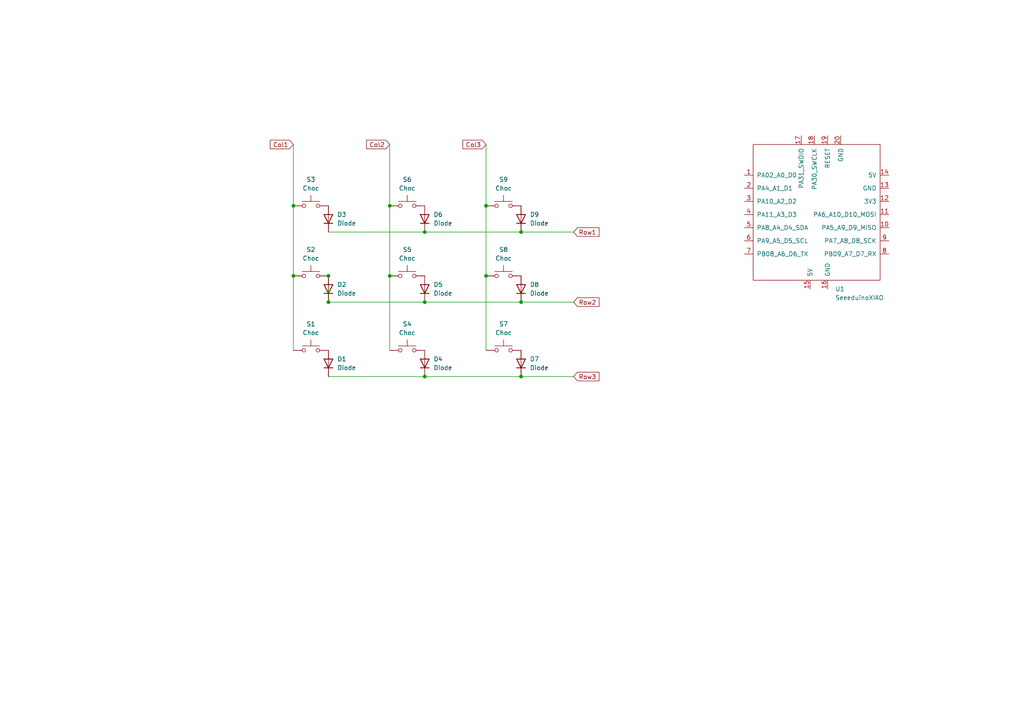
<source format=kicad_sch>
(kicad_sch (version 20230121) (generator eeschema)
  (paper "A4")
  (lib_symbols
    (symbol "ScottoKeebs:Placeholder_Diode" (pin_numbers hide) (pin_names hide)
      (property "Reference" "D" (at 0 2.54 0))
      (property "Value" "Diode" (at 0 -2.54 0))
      (symbol "Placeholder_Diode_0_1"
        (polyline (pts (xy -1.27 1.27) (xy -1.27 -1.27)) (stroke (width 0.254)))
        (polyline (pts (xy 1.27 0) (xy -1.27 0)))
        (polyline (pts (xy 1.27 1.27) (xy 1.27 -1.27) (xy -1.27 0) (xy 1.27 1.27)) (stroke (width 0.254)))
      )
      (symbol "Placeholder_Diode_1_1"
        (pin passive line (at -3.81 0 0) (length 2.54) (name "K") (number "1"))
        (pin passive line (at 3.81 0 180) (length 2.54) (name "A") (number "2"))
      )
    )
    (symbol "Seeeduino XIAO:SeeeduinoXIAO" (pin_names (offset 1.016))
      (property "Reference" "U" (at -19.05 22.86 0))
      (property "Value" "SeeeduinoXIAO" (at -12.7 21.59 0))
      (symbol "SeeeduinoXIAO_0_1"
        (rectangle (start -19.05 20.32) (end 17.78 -19.05))
      )
      (symbol "SeeeduinoXIAO_1_1"
        (pin unspecified line (at -21.59 11.43 0) (length 2.54) (name "PA02_A0_D0") (number "1"))
        (pin unspecified line (at 20.32 -3.81 180) (length 2.54) (name "PA5_A9_D9_MISO") (number "10"))
        (pin unspecified line (at 20.32 0 180) (length 2.54) (name "PA6_A10_D10_MOSI") (number "11"))
        (pin unspecified line (at 20.32 3.81 180) (length 2.54) (name "3V3") (number "12"))
        (pin unspecified line (at 20.32 7.62 180) (length 2.54) (name "GND") (number "13"))
        (pin unspecified line (at 20.32 11.43 180) (length 2.54) (name "5V") (number "14"))
        (pin input line (at -2.54 -21.59 90) (length 2.54) (name "5V") (number "15"))
        (pin input line (at 2.54 -21.59 90) (length 2.54) (name "GND") (number "16"))
        (pin input line (at -5.08 22.86 270) (length 2.54) (name "PA31_SWDIO") (number "17"))
        (pin input line (at -1.27 22.86 270) (length 2.54) (name "PA30_SWCLK") (number "18"))
        (pin input line (at 2.54 22.86 270) (length 2.54) (name "RESET") (number "19"))
        (pin unspecified line (at -21.59 7.62 0) (length 2.54) (name "PA4_A1_D1") (number "2"))
        (pin input line (at 6.35 22.86 270) (length 2.54) (name "GND") (number "20"))
        (pin unspecified line (at -21.59 3.81 0) (length 2.54) (name "PA10_A2_D2") (number "3"))
        (pin unspecified line (at -21.59 0 0) (length 2.54) (name "PA11_A3_D3") (number "4"))
        (pin unspecified line (at -21.59 -3.81 0) (length 2.54) (name "PA8_A4_D4_SDA") (number "5"))
        (pin unspecified line (at -21.59 -7.62 0) (length 2.54) (name "PA9_A5_D5_SCL") (number "6"))
        (pin unspecified line (at -21.59 -11.43 0) (length 2.54) (name "PB08_A6_D6_TX") (number "7"))
        (pin unspecified line (at 20.32 -11.43 180) (length 2.54) (name "PB09_A7_D7_RX") (number "8"))
        (pin unspecified line (at 20.32 -7.62 180) (length 2.54) (name "PA7_A8_D8_SCK") (number "9"))
      )
    )
    (symbol "Switch:SW_Push" (pin_numbers hide) (pin_names (offset 1.016) hide)
      (property "Reference" "SW" (at 1.27 2.54 0))
      (property "Value" "SW_Push" (at 0 -1.524 0))
      (symbol "SW_Push_0_1"
        (circle (center -2.032 0) (radius 0.508))
        (polyline (pts (xy 0 1.27) (xy 0 3.048)))
        (polyline (pts (xy 2.54 1.27) (xy -2.54 1.27)))
        (circle (center 2.032 0) (radius 0.508))
        (pin passive line (at -5.08 0 0) (length 2.54) (name "1") (number "1"))
        (pin passive line (at 5.08 0 180) (length 2.54) (name "2") (number "2"))
      )
    )
  )
  (junction (at 123.19 87.63))
  (junction (at 95.25 80.01))
  (junction (at 113.03 59.69))
  (junction (at 151.13 109.22))
  (junction (at 95.25 87.63))
  (junction (at 123.19 109.22))
  (junction (at 140.97 59.69))
  (junction (at 113.03 80.01))
  (junction (at 151.13 87.63))
  (junction (at 151.13 67.31))
  (junction (at 123.19 67.31))
  (junction (at 140.97 80.01))
  (junction (at 85.09 80.01))
  (junction (at 85.09 59.69))
  (wire (pts (xy 85.09 59.69) (xy 85.09 80.01)))
  (wire (pts (xy 95.25 67.31) (xy 123.19 67.31)))
  (wire (pts (xy 123.19 67.31) (xy 151.13 67.31)))
  (wire (pts (xy 140.97 80.01) (xy 140.97 101.6)))
  (wire (pts (xy 151.13 109.22) (xy 166.37 109.22)))
  (wire (pts (xy 95.25 109.22) (xy 123.19 109.22)))
  (wire (pts (xy 123.19 109.22) (xy 151.13 109.22)))
  (wire (pts (xy 140.97 41.91) (xy 140.97 59.69)))
  (wire (pts (xy 85.09 41.91) (xy 85.09 59.69)))
  (wire (pts (xy 151.13 67.31) (xy 166.37 67.31)))
  (wire (pts (xy 113.03 59.69) (xy 113.03 80.01)))
  (wire (pts (xy 140.97 59.69) (xy 140.97 80.01)))
  (wire (pts (xy 95.25 87.63) (xy 123.19 87.63)))
  (wire (pts (xy 85.09 80.01) (xy 85.09 101.6)))
  (wire (pts (xy 123.19 87.63) (xy 151.13 87.63)))
  (wire (pts (xy 113.03 80.01) (xy 113.03 101.6)))
  (wire (pts (xy 95.25 87.63) (xy 95.25 80.01)))
  (wire (pts (xy 113.03 41.91) (xy 113.03 59.69)))
  (wire (pts (xy 151.13 87.63) (xy 166.37 87.63)))
  (global_label "Row3" (shape input) (at 166.37 109.22 0) (property "Intersheetrefs" "${INTERSHEET_REFS}" (effects hide)))
  (global_label "Row1" (shape input) (at 166.37 67.31 0) (property "Intersheetrefs" "${INTERSHEET_REFS}" (effects hide)))
  (global_label "Col1" (shape input) (at 85.09 41.91 180) (property "Intersheetrefs" "${INTERSHEET_REFS}" (effects hide)))
  (global_label "Col3" (shape input) (at 140.97 41.91 180) (property "Intersheetrefs" "${INTERSHEET_REFS}" (effects hide)))
  (global_label "Col2" (shape input) (at 113.03 41.91 180) (property "Intersheetrefs" "${INTERSHEET_REFS}" (effects hide)))
  (global_label "Row2" (shape input) (at 166.37 87.63 0) (property "Intersheetrefs" "${INTERSHEET_REFS}" (effects hide)))
  (symbol (lib_id "ScottoKeebs:Placeholder_Diode") (at 151.13 63.5 90) (unit 1)
    (property "Reference" "D9" (at 153.67 62.23 90) (effects (justify right)))
    (property "Value" "Diode" (at 153.67 64.77 90) (effects (justify right)))
    (property "Footprint" "Diode_SMD:D_SOD-123" (effects hide))
    (property "Sim.Device" "D" (effects hide))
    (property "Sim.Pins" "1=K 2=A" (effects hide))
  )
  (symbol (lib_id "ScottoKeebs:Placeholder_Diode") (at 151.13 83.82 90) (unit 1)
    (property "Reference" "D8" (at 153.67 82.55 90) (effects (justify right)))
    (property "Value" "Diode" (at 153.67 85.09 90) (effects (justify right)))
    (property "Footprint" "Diode_SMD:D_SOD-123" (effects hide))
    (property "Sim.Device" "D" (effects hide))
    (property "Sim.Pins" "1=K 2=A" (effects hide))
  )
  (symbol (lib_id "ScottoKeebs:Placeholder_Diode") (at 95.25 105.41 90) (unit 1)
    (property "Reference" "D1" (at 97.79 104.14 90) (effects (justify right)))
    (property "Value" "Diode" (at 97.79 106.68 90) (effects (justify right)))
    (property "Footprint" "Diode_SMD:D_SOD-123" (effects hide))
    (property "Sim.Device" "D" (effects hide))
    (property "Sim.Pins" "1=K 2=A" (effects hide))
  )
  (symbol (lib_id "ScottoKeebs:Placeholder_Diode") (at 123.19 63.5 90) (unit 1)
    (property "Reference" "D6" (at 125.73 62.23 90) (effects (justify right)))
    (property "Value" "Diode" (at 125.73 64.77 90) (effects (justify right)))
    (property "Footprint" "Diode_SMD:D_SOD-123" (effects hide))
    (property "Sim.Device" "D" (effects hide))
    (property "Sim.Pins" "1=K 2=A" (effects hide))
  )
  (symbol (lib_id "Switch:SW_Push") (at 146.05 80.01 0) (unit 1)
    (property "Reference" "S8" (at 146.05 72.39 0))
    (property "Value" "Choc" (at 146.05 74.93 0))
    (property "Footprint" "Daprice_kbd_switches:Kailh_socket_PG1350" (effects hide))
  )
  (symbol (lib_id "Switch:SW_Push") (at 146.05 101.6 0) (unit 1)
    (property "Reference" "S7" (at 146.05 93.98 0))
    (property "Value" "Choc" (at 146.05 96.52 0))
    (property "Footprint" "Daprice_kbd_switches:Kailh_socket_PG1350" (effects hide))
  )
  (symbol (lib_id "ScottoKeebs:Placeholder_Diode") (at 95.25 63.5 90) (unit 1)
    (property "Reference" "D3" (at 97.79 62.23 90) (effects (justify right)))
    (property "Value" "Diode" (at 97.79 64.77 90) (effects (justify right)))
    (property "Footprint" "Diode_SMD:D_SOD-123" (effects hide))
    (property "Sim.Device" "D" (effects hide))
    (property "Sim.Pins" "1=K 2=A" (effects hide))
  )
  (symbol (lib_id "Switch:SW_Push") (at 118.11 80.01 0) (unit 1)
    (property "Reference" "S5" (at 118.11 72.39 0))
    (property "Value" "Choc" (at 118.11 74.93 0))
    (property "Footprint" "Daprice_kbd_switches:Kailh_socket_PG1350" (effects hide))
  )
  (symbol (lib_id "Seeeduino XIAO:SeeeduinoXIAO") (at 237.49 62.23 0) (unit 1)
    (property "Reference" "U1" (at 242.2241 83.82 0) (effects (justify left)))
    (property "Value" "SeeeduinoXIAO" (at 242.2241 86.36 0) (effects (justify left)))
    (property "Footprint" "CF_Ergogen:Seeeduino XIAO-MOUDLE14P-2.54-21X17.8MM" (effects hide))
  )
  (symbol (lib_id "Switch:SW_Push") (at 146.05 59.69 0) (unit 1)
    (property "Reference" "S9" (at 146.05 52.07 0))
    (property "Value" "Choc" (at 146.05 54.61 0))
    (property "Footprint" "Daprice_kbd_switches:Kailh_socket_PG1350" (effects hide))
  )
  (symbol (lib_id "ScottoKeebs:Placeholder_Diode") (at 123.19 83.82 90) (unit 1)
    (property "Reference" "D5" (at 125.73 82.55 90) (effects (justify right)))
    (property "Value" "Diode" (at 125.73 85.09 90) (effects (justify right)))
    (property "Footprint" "Diode_SMD:D_SOD-123" (effects hide))
    (property "Sim.Device" "D" (effects hide))
    (property "Sim.Pins" "1=K 2=A" (effects hide))
  )
  (symbol (lib_id "Switch:SW_Push") (at 90.17 59.69 0) (unit 1)
    (property "Reference" "S3" (at 90.17 52.07 0))
    (property "Value" "Choc" (at 90.17 54.61 0))
    (property "Footprint" "Daprice_kbd_switches:Kailh_socket_PG1350" (effects hide))
  )
  (symbol (lib_id "Switch:SW_Push") (at 118.11 59.69 0) (unit 1)
    (property "Reference" "S6" (at 118.11 52.07 0))
    (property "Value" "Choc" (at 118.11 54.61 0))
    (property "Footprint" "Daprice_kbd_switches:Kailh_socket_PG1350" (effects hide))
  )
  (symbol (lib_id "Switch:SW_Push") (at 90.17 101.6 0) (unit 1)
    (property "Reference" "S1" (at 90.17 93.98 0))
    (property "Value" "Choc" (at 90.17 96.52 0))
    (property "Footprint" "Daprice_kbd_switches:Kailh_socket_PG1350" (effects hide))
  )
  (symbol (lib_id "Switch:SW_Push") (at 90.17 80.01 0) (unit 1)
    (property "Reference" "S2" (at 90.17 72.39 0))
    (property "Value" "Choc" (at 90.17 74.93 0))
    (property "Footprint" "Daprice_kbd_switches:Kailh_socket_PG1350" (effects hide))
  )
  (symbol (lib_id "ScottoKeebs:Placeholder_Diode") (at 123.19 105.41 90) (unit 1)
    (property "Reference" "D4" (at 125.73 104.14 90) (effects (justify right)))
    (property "Value" "Diode" (at 125.73 106.68 90) (effects (justify right)))
    (property "Footprint" "Diode_SMD:D_SOD-123" (effects hide))
    (property "Sim.Device" "D" (effects hide))
    (property "Sim.Pins" "1=K 2=A" (effects hide))
  )
  (symbol (lib_id "ScottoKeebs:Placeholder_Diode") (at 95.25 83.82 90) (unit 1)
    (property "Reference" "D2" (at 97.79 82.55 90) (effects (justify right)))
    (property "Value" "Diode" (at 97.79 85.09 90) (effects (justify right)))
    (property "Footprint" "Diode_SMD:D_SOD-123" (effects hide))
    (property "Sim.Device" "D" (effects hide))
    (property "Sim.Pins" "1=K 2=A" (effects hide))
  )
  (symbol (lib_id "ScottoKeebs:Placeholder_Diode") (at 151.13 105.41 90) (unit 1)
    (property "Reference" "D7" (at 153.67 104.14 90) (effects (justify right)))
    (property "Value" "Diode" (at 153.67 106.68 90) (effects (justify right)))
    (property "Footprint" "Diode_SMD:D_SOD-123" (effects hide))
    (property "Sim.Device" "D" (effects hide))
    (property "Sim.Pins" "1=K 2=A" (effects hide))
  )
  (symbol (lib_id "Switch:SW_Push") (at 118.11 101.6 0) (unit 1)
    (property "Reference" "S4" (at 118.11 93.98 0))
    (property "Value" "Choc" (at 118.11 96.52 0))
    (property "Footprint" "Daprice_kbd_switches:Kailh_socket_PG1350" (effects hide))
  )
)
</source>
